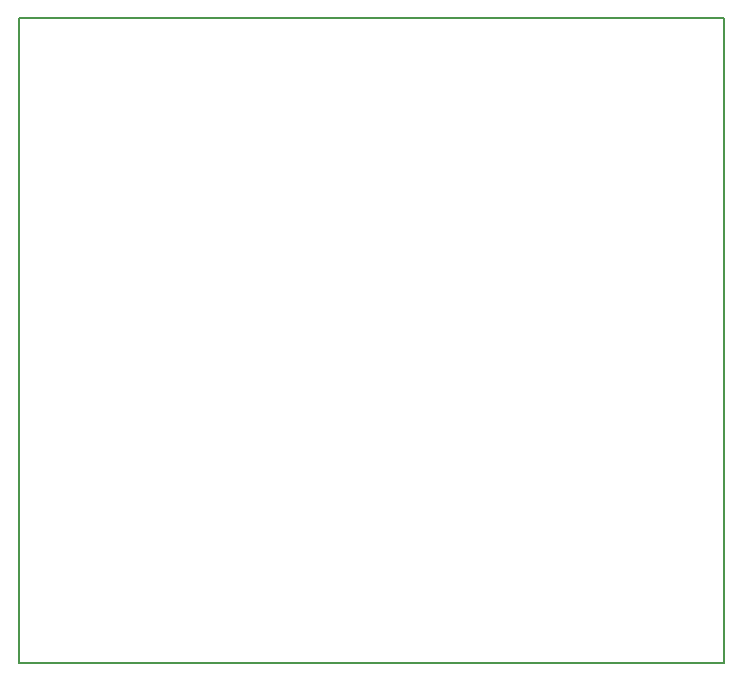
<source format=gm1>
G04 #@! TF.GenerationSoftware,KiCad,Pcbnew,5.1.2-f72e74a~84~ubuntu18.04.1*
G04 #@! TF.CreationDate,2019-06-23T16:18:23+02:00*
G04 #@! TF.ProjectId,TMC262_mount,544d4332-3632-45f6-9d6f-756e742e6b69,rev?*
G04 #@! TF.SameCoordinates,PX4ea49dfPY449d5dd*
G04 #@! TF.FileFunction,Profile,NP*
%FSLAX46Y46*%
G04 Gerber Fmt 4.6, Leading zero omitted, Abs format (unit mm)*
G04 Created by KiCad (PCBNEW 5.1.2-f72e74a~84~ubuntu18.04.1) date 2019-06-23 16:18:23*
%MOMM*%
%LPD*%
G04 APERTURE LIST*
%ADD10C,0.200000*%
G04 APERTURE END LIST*
D10*
X-59690000Y54610000D02*
X-59690000Y0D01*
X0Y54610000D02*
X-59690000Y54610000D01*
X0Y0D02*
X0Y54610000D01*
X-59690000Y0D02*
X0Y0D01*
M02*

</source>
